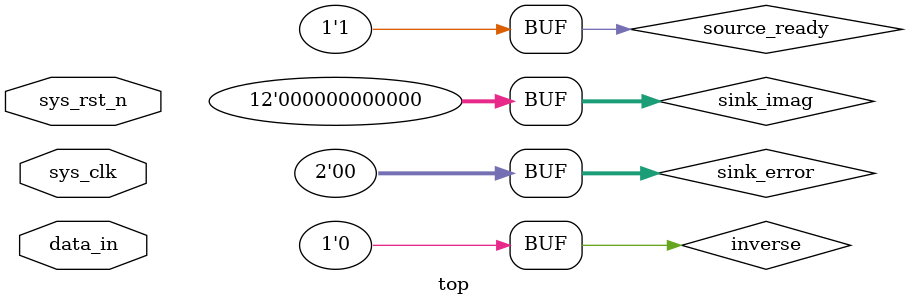
<source format=v>
module top(
    input                   sys_clk,
    input                   sys_rst_n,
    input           [9:0]   data_in
);

//AD模块初始化
assign ad_clk = ~clk_catch;   //采样频率


//NCOcore端口初始化
wire    signed  [14:0]  oc_sin;
wire                    out_valid;

//FFTcore端口初始化
wire                    inverse;            //I，为1时进行IFFT，为0时进行FFT
wire                    sink_ready;         //O，FFT准备好接受数据时置位
wire                    source_ready;       //I,下传流模块可接受数据时置位
wire                    sink_valid;         //I，有效标记，sin_valid和sink_ready都置位时开始传输
wire                    sink_sop;           //I，高电平表示1帧数据载入开始
wire                    sink_eop;           //I，高电平表示1帧数据载入结束
wire    signed  [11:0]  sink_imag;          //I，输入数据的虚部，二进制补码
wire            [1:0]   sink_error;         //I，表示载入数据状态，一般置0
wire            [1:0]   source_error;       //O，表示FFT出现的错误
wire                    source_sop;         //O，高电平表示1帧数据转换开始
wire                    source_eop;         //O，高电平表示1帧数据转换结束
wire            [5:0]   source_exp;
wire                    source_valid;
wire    signed  [11:0]  data;
wire    signed  [11:0]  xkre;               //O，输出数据的实部，二进制补码数据
wire    signed  [11:0]  xkim;               //O，输出数据的虚部

assign sink_error = 2'b00;
assign source_ready = 1'b1;
assign inverse = 1'b0;                      //FFT正变换
assign sink_imag = 11'd0;                   //输入数据虚部接地

nco u_nco(
    .phi_inc_i      (15'd16384),       //相位增量
    .clk            (nco_clk),
    .reset_n        (sys_rst_n),
    .clken          (1'b1),         //时钟允许信号
    .fsin_o         (oc_sin),       //本振正弦信号
    .out_valid      (out_valid)     //输出有效信号
);

ad u_ad(
    .clk            (clk_catch),
    .rst_n          (sys_rst_n),
    .signal         (oc_sin),
    .ad_data        (data)
);

cnt u_cnt(
    .clk            (sys_clk),
    .rst_n          (sys_rst_n),
    .sink_sop       (sink_sop),
    .sink_eop       (sink_eop),
    .sink_valid     (sink_valid)
);

fftcore u_fftcore(
    .clk            (sys_clk),
    .reset_n        (sys_rst_n),
    .sink_valid     (sink_valid),
    .sink_ready     (sink_ready),
    .sink_error     (sink_error),
    .sink_sop       (sink_sop),
    .sink_eop       (sink_eop),
    .sink_real      (data),
    .sink_imag      (sink_imag),

    .inverse        (inverse),
    .source_valid   (source_valid),
    .source_ready   (source_ready),
    .source_error   (source_error),
    .source_sop     (source_sop),
    .source_eop     (source_eop),
    .source_exp     (source_exp),
    .source_real    (xkre),
    .source_imag    (xkim)
);

pll u_pll(
    .inclk0         (sys_clk),
    .c0             (clk_catch),
    .c1             (nco_clk)           //4kHz
);

endmodule
</source>
